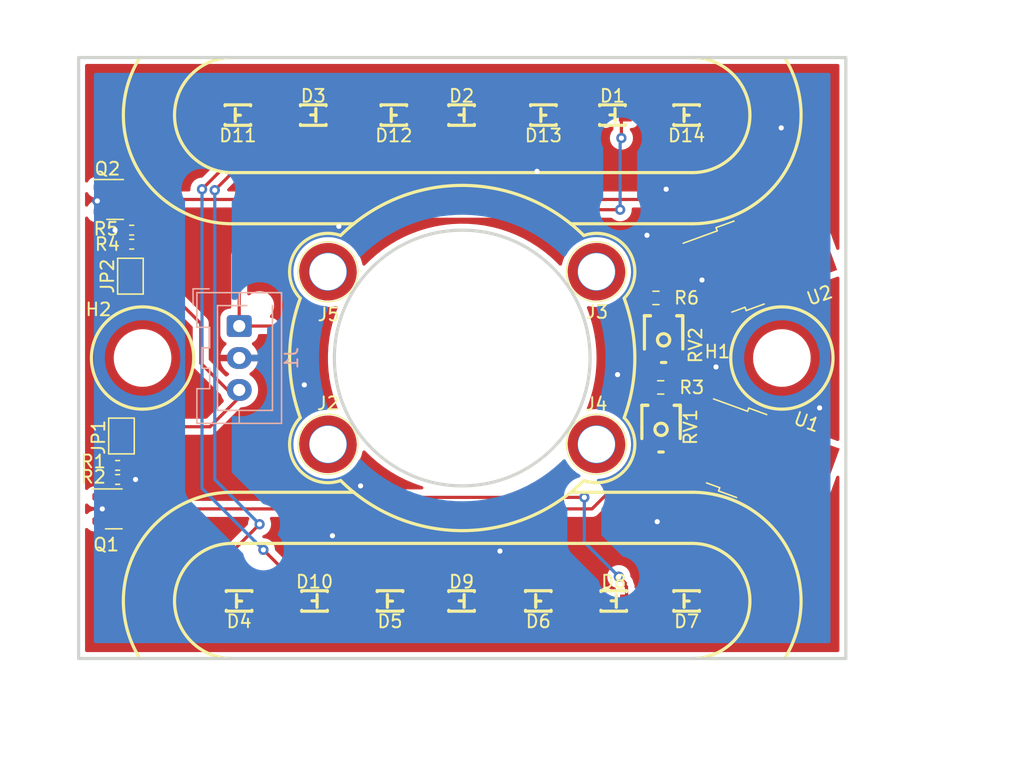
<source format=kicad_pcb>
(kicad_pcb (version 20211014) (generator pcbnew)
  (layers (0 "F.Cu" signal) (31 "B.Cu" signal) (34 "B.Paste" user) (35 "F.Paste" user) (36 "B.SilkS" user "B.Silkscreen") (37 "F.SilkS" user "F.Silkscreen") (38 "B.Mask" user) (39 "F.Mask" user) (44 "Edge.Cuts" user))
  (net 0 "")
  (net 1 "Net-(D1-Pad1)")
  (net 2 "Net-(D2-Pad1)")
  (net 3 "Net-(D3-Pad1)")
  (net 4 "GND")
  (net 5 "Net-(D5-Pad1)")
  (net 6 "Net-(D6-Pad1)")
  (net 7 "Net-(D7-Pad1)")
  (net 8 "+12V")
  (net 9 "Net-(D4-Pad1)")
  (net 10 "EN")
  (net 11 "Net-(JP1-Pad2)")
  (net 12 "Net-(Q1-Pad1)")
  (net 13 "Net-(Q1-Pad3)")
  (net 14 "Net-(R3-Pad1)")
  (net 15 "Net-(R3-Pad2)")
  (net 17 "Net-(D8-Pad1)")
  (net 18 "Net-(D10-Pad2)")
  (net 19 "Net-(D10-Pad1)")
  (net 20 "Net-(D11-Pad1)")
  (net 21 "Net-(D12-Pad1)")
  (net 22 "Net-(D13-Pad1)")
  (net 23 "Net-(D14-Pad1)")
  (net 24 "Net-(JP2-Pad2)")
  (net 25 "Net-(Q2-Pad1)")
  (net 26 "Net-(Q2-Pad3)")
  (net 27 "Net-(R6-Pad1)")
  (net 28 "Net-(R6-Pad2)")
  (footprint "cacophony-library:OPTO-SMD_L2.0-W1.4-R-RD" (layer "F.Cu") (at 129.8 118.2 180)
    (fp_text reference "D4" (at 0 -1.6 180) (layer "F.SilkS"))
    (fp_text value "LED")
    (pad "1" smd rect (at -1 0 180) (size 1 1) (layers "F.Cu" "F.Paste" "F.Mask") (net 9 "Net-(D4-Pad1)"))
    (pad "2" smd rect (at 1 0 180) (size 1 1) (layers "F.Cu" "F.Paste" "F.Mask") (net 3 "Net-(D3-Pad1)"))
  )
  (footprint "Package_TO_SOT_SMD:TO-252-2" (layer "F.Cu") (at 170.6 91.4 20)
    (fp_text reference "U2" (at 3.330728 4.298401 20) (layer "F.SilkS"))
    (fp_text value "LM317_TO-252")
    (pad "1" smd rect (at -4.2 -2.28 20) (size 2.2 1.2) (layers "F.Cu" "F.Paste" "F.Mask") (net 26 "Net-(Q2-Pad3)"))
    (pad "2" smd rect (at 2.1 0 20) (size 6.4 5.8) (layers "F.Cu" "F.Mask") (net 27 "Net-(R6-Pad1)"))
    (pad "3" smd rect (at -4.2 2.28 20) (size 2.2 1.2) (layers "F.Cu" "F.Paste" "F.Mask") (net 23 "Net-(D14-Pad1)"))
  )
  (footprint "Resistor_SMD:R_0402_1005Metric" (layer "F.Cu") (at 120.3 107.6 180)
    (fp_text reference "R1" (at 1.9 0.3) (layer "F.SilkS"))
    (fp_text value "1k")
    (pad "1" smd roundrect (at -0.51 0 180) (size 0.54 0.64) (layers "F.Cu" "F.Paste" "F.Mask") (net 11 "Net-(JP1-Pad2)"))
    (pad "2" smd roundrect (at 0.51 0 180) (size 0.54 0.64) (layers "F.Cu" "F.Paste" "F.Mask") (net 12 "Net-(Q1-Pad1)"))
  )
  (footprint "cacophony-library:OPTO-SMD_L2.0-W1.4-R-RD" (layer "F.Cu") (at 159.1 118.2)
    (fp_text reference "D8" (at 0 -1.5) (layer "F.SilkS"))
    (fp_text value "LED")
    (pad "1" smd rect (at -1 0) (size 1 1) (layers "F.Cu" "F.Paste" "F.Mask") (net 17 "Net-(D8-Pad1)"))
    (pad "2" smd rect (at 1 0) (size 1 1) (layers "F.Cu" "F.Paste" "F.Mask") (net 8 "+12V"))
  )
  (footprint "cacophony-library:OPTO-SMD_L2.0-W1.4-R-RD" (layer "F.Cu") (at 141.9 80.2 180)
    (fp_text reference "D12" (at 0 -1.6 180) (layer "F.SilkS"))
    (fp_text value "LED")
    (pad "1" smd rect (at -1 0 180) (size 1 1) (layers "F.Cu" "F.Paste" "F.Mask") (net 21 "Net-(D12-Pad1)"))
    (pad "2" smd rect (at 1 0 180) (size 1 1) (layers "F.Cu" "F.Paste" "F.Mask") (net 20 "Net-(D11-Pad1)"))
  )
  (footprint "cacophony-library:OPTO-SMD_L2.0-W1.4-R-RD" (layer "F.Cu") (at 153.6 80.2 180)
    (fp_text reference "D13" (at 0 -1.6 180) (layer "F.SilkS"))
    (fp_text value "LED")
    (pad "1" smd rect (at -1 0 180) (size 1 1) (layers "F.Cu" "F.Paste" "F.Mask") (net 22 "Net-(D13-Pad1)"))
    (pad "2" smd rect (at 1 0 180) (size 1 1) (layers "F.Cu" "F.Paste" "F.Mask") (net 21 "Net-(D12-Pad1)"))
  )
  (footprint "cacophony-library:RES-ADJ-SMD_VG039NCH" (layer "F.Cu") (at 163 97.8 -90)
    (fp_text reference "RV2" (at 0.4 -2.5 90) (layer "F.SilkS"))
    (fp_text value "R_Potentiometer")
    (pad "1" smd rect (at 1.65 1) (size 1.2 1.5) (layers "F.Cu" "F.Paste" "F.Mask") (net 26 "Net-(Q2-Pad3)"))
    (pad "2" smd rect (at -1.65 0) (size 1.6 1.6) (layers "F.Cu" "F.Paste" "F.Mask") (net 28 "Net-(R6-Pad2)"))
    (pad "3" smd rect (at 1.65 -1) (size 1.2 1.5) (layers "F.Cu" "F.Paste" "F.Mask"))
  )
  (footprint "cacophony-library:OPTO-SMD_L2.0-W1.4-R-RD" (layer "F.Cu") (at 141.6 118.2 180)
    (fp_text reference "D5" (at 0 -1.6 180) (layer "F.SilkS"))
    (fp_text value "LED")
    (pad "1" smd rect (at -1 0 180) (size 1 1) (layers "F.Cu" "F.Paste" "F.Mask") (net 5 "Net-(D5-Pad1)"))
    (pad "2" smd rect (at 1 0 180) (size 1 1) (layers "F.Cu" "F.Paste" "F.Mask") (net 9 "Net-(D4-Pad1)"))
  )
  (footprint "Resistor_SMD:R_0402_1005Metric" (layer "F.Cu") (at 120.3 108.7)
    (fp_text reference "R2" (at -1.9 -0.2) (layer "F.SilkS"))
    (fp_text value "100k")
    (pad "1" smd roundrect (at -0.51 0) (size 0.54 0.64) (layers "F.Cu" "F.Paste" "F.Mask") (net 12 "Net-(Q1-Pad1)"))
    (pad "2" smd roundrect (at 0.51 0) (size 0.54 0.64) (layers "F.Cu" "F.Paste" "F.Mask") (net 4 "GND"))
  )
  (footprint "Resistor_SMD:R_0402_1005Metric" (layer "F.Cu") (at 121.4 89.2 180)
    (fp_text reference "R5" (at 2 0.1) (layer "F.SilkS"))
    (fp_text value "100k")
    (pad "1" smd roundrect (at -0.51 0 180) (size 0.54 0.64) (layers "F.Cu" "F.Paste" "F.Mask") (net 25 "Net-(Q2-Pad1)"))
    (pad "2" smd roundrect (at 0.51 0 180) (size 0.54 0.64) (layers "F.Cu" "F.Paste" "F.Mask") (net 4 "GND"))
  )
  (footprint "cacophony-library:OPTO-SMD_L2.0-W1.4-R-RD" (layer "F.Cu") (at 129.7 80.2 180)
    (fp_text reference "D11" (at 0 -1.6 180) (layer "F.SilkS"))
    (fp_text value "LED")
    (pad "1" smd rect (at -1 0 180) (size 1 1) (layers "F.Cu" "F.Paste" "F.Mask") (net 20 "Net-(D11-Pad1)"))
    (pad "2" smd rect (at 1 0 180) (size 1 1) (layers "F.Cu" "F.Paste" "F.Mask") (net 19 "Net-(D10-Pad1)"))
  )
  (footprint "cacophony-library:SMD_BD4.4-L4.4-D2.8" (layer "F.Cu") (at 157.75 105.95)
    (fp_text reference "J4" (at 0 -3.15) (layer "F.SilkS"))
    (fp_text value "Screw_Terminal_01x01")
    (pad "1" smd custom (at 1.9 0 180) (size 0.1 0.1) (layers "F.Cu" "F.Paste" "F.Mask") (options (clearance outline) (anchor circle)) (primitives (gr_arc (start 0 0) (mid 0.253723 -0.948564) (end 0.94713 -1.643788) (width 0.7))))
    (pad "1" smd custom (at -1.9 0) (size 0.1 0.1) (layers "F.Cu" "F.Paste" "F.Mask") (options (clearance outline) (anchor circle)) (primitives (gr_arc (start 0 0) (mid 0.253723 -0.948564) (end 0.94713 -1.643788) (width 0.7))))
    (pad "1" smd circle (at 0 0) (size 4.5 4.5) (layers "F.Cu" "F.Mask"))
    (pad "1" smd custom (at 0 1.9 90) (size 0.1 0.1) (layers "F.Cu" "F.Paste" "F.Mask") (options (clearance outline) (anchor circle)) (primitives (gr_arc (start 0 0) (mid 0.253723 -0.948564) (end 0.94713 -1.643788) (width 0.7))))
    (pad "1" smd custom (at 0 -1.9 270) (size 0.1 0.1) (layers "F.Cu" "F.Paste" "F.Mask") (options (clearance outline) (anchor circle)) (primitives (gr_arc (start 0 0) (mid 0.253723 -0.948564) (end 0.94713 -1.643788) (width 0.7))))
    (pad "1" thru_hole circle (at 0 0) (size 3 3) (drill 2.9) (layers *.Cu *.Mask))
  )
  (footprint "Jumper:SolderJumper-2_P1.3mm_Open_TrianglePad1.0x1.5mm" (layer "F.Cu") (at 120.6 105.3 -90)
    (fp_text reference "JP1" (at 0.1 1.8 90) (layer "F.SilkS"))
    (fp_text value "Jumper_2_Open")
    (pad "1" smd custom (at -0.725 0 270) (size 0.3 0.3) (layers "F.Cu" "F.Mask") (net 10 "EN") (options (clearance outline) (anchor rect)) (primitives (gr_poly (pts (xy 1 0) (xy 0.5 0.75) (xy -0.5 0.75) (xy -0.5 -0.75) (xy 0.5 -0.75)) (width 0) (fill yes))))
    (pad "2" smd custom (at 0.725 0 270) (size 0.3 0.3) (layers "F.Cu" "F.Mask") (net 11 "Net-(JP1-Pad2)") (options (clearance outline) (anchor rect)) (primitives (gr_poly (pts (xy 0.5 0.75) (xy -0.65 0.75) (xy -0.15 0) (xy -0.65 -0.75) (xy 0.5 -0.75)) (width 0) (fill yes))))
  )
  (footprint "cacophony-library:RES-ADJ-SMD_VG039NCH" (layer "F.Cu") (at 162.8 104.8 -90)
    (fp_text reference "RV1" (at -0.2 -2.3 90) (layer "F.SilkS"))
    (fp_text value "R_Potentiometer")
    (pad "1" smd rect (at 1.65 1) (size 1.2 1.5) (layers "F.Cu" "F.Paste" "F.Mask") (net 13 "Net-(Q1-Pad3)"))
    (pad "2" smd rect (at -1.65 0) (size 1.6 1.6) (layers "F.Cu" "F.Paste" "F.Mask") (net 15 "Net-(R3-Pad2)"))
    (pad "3" smd rect (at 1.65 -1) (size 1.2 1.5) (layers "F.Cu" "F.Paste" "F.Mask"))
  )
  (footprint "cacophony-library:OPTO-SMD_L2.0-W1.4-R-RD" (layer "F.Cu") (at 164.8 118.2 180)
    (fp_text reference "D7" (at 0 -1.6 180) (layer "F.SilkS"))
    (fp_text value "LED")
    (pad "1" smd rect (at -1 0 180) (size 1 1) (layers "F.Cu" "F.Paste" "F.Mask") (net 7 "Net-(D7-Pad1)"))
    (pad "2" smd rect (at 1 0 180) (size 1 1) (layers "F.Cu" "F.Paste" "F.Mask") (net 6 "Net-(D6-Pad1)"))
  )
  (footprint "Jumper:SolderJumper-2_P1.3mm_Open_TrianglePad1.0x1.5mm" (layer "F.Cu") (at 121.3 92.8 90)
    (fp_text reference "JP2" (at 0 -1.8 90) (layer "F.SilkS"))
    (fp_text value "Jumper_2_Open")
    (pad "1" smd custom (at -0.725 0 90) (size 0.3 0.3) (layers "F.Cu" "F.Mask") (net 10 "EN") (options (clearance outline) (anchor rect)) (primitives (gr_poly (pts (xy 1 0) (xy 0.5 0.75) (xy -0.5 0.75) (xy -0.5 -0.75) (xy 0.5 -0.75)) (width 0) (fill yes))))
    (pad "2" smd custom (at 0.725 0 90) (size 0.3 0.3) (layers "F.Cu" "F.Mask") (net 24 "Net-(JP2-Pad2)") (options (clearance outline) (anchor rect)) (primitives (gr_poly (pts (xy 0.5 0.75) (xy -0.65 0.75) (xy -0.15 0) (xy -0.65 -0.75) (xy 0.5 -0.75)) (width 0) (fill yes))))
  )
  (footprint "cacophony-library:SMD_BD4.4-L4.4-D2.8" (layer "F.Cu") (at 136.75 92.45)
    (fp_text reference "J5" (at 0.05 3.35) (layer "F.SilkS"))
    (fp_text value "Screw_Terminal_01x01")
    (pad "1" smd circle (at 0 0) (size 4.5 4.5) (layers "F.Cu" "F.Mask"))
    (pad "1" smd custom (at 0 -1.9 270) (size 0.1 0.1) (layers "F.Cu" "F.Paste" "F.Mask") (options (clearance outline) (anchor circle)) (primitives (gr_arc (start 0 0) (mid 0.253723 -0.948564) (end 0.94713 -1.643788) (width 0.7))))
    (pad "1" smd custom (at -1.9 0) (size 0.1 0.1) (layers "F.Cu" "F.Paste" "F.Mask") (options (clearance outline) (anchor circle)) (primitives (gr_arc (start 0 0) (mid 0.253723 -0.948564) (end 0.94713 -1.643788) (width 0.7))))
    (pad "1" smd custom (at 0 1.9 90) (size 0.1 0.1) (layers "F.Cu" "F.Paste" "F.Mask") (options (clearance outline) (anchor circle)) (primitives (gr_arc (start 0 0) (mid 0.253723 -0.948564) (end 0.94713 -1.643788) (width 0.7))))
    (pad "1" thru_hole circle (at 0 0) (size 3 3) (drill 2.9) (layers *.Cu *.Mask))
    (pad "1" smd custom (at 1.9 0 180) (size 0.1 0.1) (layers "F.Cu" "F.Paste" "F.Mask") (options (clearance outline) (anchor circle)) (primitives (gr_arc (start 0 0) (mid 0.253723 -0.948564) (end 0.94713 -1.643788) (width 0.7))))
  )
  (footprint "Package_TO_SOT_SMD:SOT-23" (layer "F.Cu") (at 120 111)
    (fp_text reference "Q1" (at -0.6 2.8) (layer "F.SilkS"))
    (fp_text value "2N7002")
    (pad "1" smd roundrect (at -0.9375 -0.95) (size 1.475 0.6) (layers "F.Cu" "F.Paste" "F.Mask") (net 12 "Net-(Q1-Pad1)"))
    (pad "2" smd roundrect (at -0.9375 0.95) (size 1.475 0.6) (layers "F.Cu" "F.Paste" "F.Mask") (net 4 "GND"))
    (pad "3" smd roundrect (at 0.9375 0) (size 1.475 0.6) (layers "F.Cu" "F.Paste" "F.Mask") (net 13 "Net-(Q1-Pad3)"))
  )
  (footprint "MountingHole:MountingHole_3.5mm" (layer "F.Cu") (at 122.25 99.2)
    (fp_text reference "H2" (at -3.45 -3.8) (layer "F.SilkS"))
    (fp_text value "MountingHole")
    (pad "" np_thru_hole circle (at 0 0) (size 3.5 3.5) (drill 3.5) (layers *.Cu *.Mask))
  )
  (footprint "MountingHole:MountingHole_3.5mm" (layer "F.Cu") (at 172.25 99.2)
    (fp_text reference "H1" (at -5.05 -0.5) (layer "F.SilkS"))
    (fp_text value "MountingHole")
    (pad "" np_thru_hole circle (at 0 0) (size 3.5 3.5) (drill 3.5) (layers *.Cu *.Mask))
  )
  (footprint "cacophony-library:OPTO-SMD_L2.0-W1.4-R-RD" (layer "F.Cu") (at 159 80.2)
    (fp_text reference "D1" (at 0 -1.5) (layer "F.SilkS"))
    (fp_text value "LED")
    (pad "1" smd rect (at -1 0) (size 1 1) (layers "F.Cu" "F.Paste" "F.Mask") (net 1 "Net-(D1-Pad1)"))
    (pad "2" smd rect (at 1 0) (size 1 1) (layers "F.Cu" "F.Paste" "F.Mask") (net 8 "+12V"))
  )
  (footprint "Resistor_SMD:R_0603_1608Metric" (layer "F.Cu") (at 162.775 101.5 180)
    (fp_text reference "R3" (at -2.425 0) (layer "F.SilkS"))
    (fp_text value "R")
    (pad "1" smd roundrect (at -0.825 0 180) (size 0.8 0.95) (layers "F.Cu" "F.Paste" "F.Mask") (net 14 "Net-(R3-Pad1)"))
    (pad "2" smd roundrect (at 0.825 0 180) (size 0.8 0.95) (layers "F.Cu" "F.Paste" "F.Mask") (net 15 "Net-(R3-Pad2)"))
  )
  (footprint "Package_TO_SOT_SMD:SOT-23" (layer "F.Cu") (at 120.1 86.8)
    (fp_text reference "Q2" (at -0.6 -2.4) (layer "F.SilkS"))
    (fp_text value "2N7002")
    (pad "1" smd roundrect (at -0.9375 -0.95) (size 1.475 0.6) (layers "F.Cu" "F.Paste" "F.Mask") (net 25 "Net-(Q2-Pad1)"))
    (pad "2" smd roundrect (at -0.9375 0.95) (size 1.475 0.6) (layers "F.Cu" "F.Paste" "F.Mask") (net 4 "GND"))
    (pad "3" smd roundrect (at 0.9375 0) (size 1.475 0.6) (layers "F.Cu" "F.Paste" "F.Mask") (net 26 "Net-(Q2-Pad3)"))
  )
  (footprint "Resistor_SMD:R_0603_1608Metric" (layer "F.Cu") (at 162.4 94.5 180)
    (fp_text reference "R6" (at -2.4 0) (layer "F.SilkS"))
    (fp_text value "R")
    (pad "1" smd roundrect (at -0.825 0 180) (size 0.8 0.95) (layers "F.Cu" "F.Paste" "F.Mask") (net 27 "Net-(R6-Pad1)"))
    (pad "2" smd roundrect (at 0.825 0 180) (size 0.8 0.95) (layers "F.Cu" "F.Paste" "F.Mask") (net 28 "Net-(R6-Pad2)"))
  )
  (footprint "cacophony-library:OPTO-SMD_L2.0-W1.4-R-RD" (layer "F.Cu") (at 153.2 118.2 180)
    (fp_text reference "D6" (at 0 -1.6 180) (layer "F.SilkS"))
    (fp_text value "LED")
    (pad "1" smd rect (at -1 0 180) (size 1 1) (layers "F.Cu" "F.Paste" "F.Mask") (net 6 "Net-(D6-Pad1)"))
    (pad "2" smd rect (at 1 0 180) (size 1 1) (layers "F.Cu" "F.Paste" "F.Mask") (net 5 "Net-(D5-Pad1)"))
  )
  (footprint "Package_TO_SOT_SMD:TO-252-2" (layer "F.Cu") (at 170.8 107.2 -20)
    (fp_text reference "U1" (at 2.168894 -3.981946 160) (layer "F.SilkS"))
    (fp_text value "LM317_TO-252")
    (pad "1" smd rect (at -4.2 -2.28 340) (size 2.2 1.2) (layers "F.Cu" "F.Paste" "F.Mask") (net 13 "Net-(Q1-Pad3)"))
    (pad "2" smd rect (at 2.1 0 340) (size 6.4 5.8) (layers "F.Cu" "F.Mask") (net 14 "Net-(R3-Pad1)"))
    (pad "3" smd rect (at -4.2 2.28 340) (size 2.2 1.2) (layers "F.Cu" "F.Paste" "F.Mask") (net 7 "Net-(D7-Pad1)"))
  )
  (footprint "cacophony-library:OPTO-SMD_L2.0-W1.4-R-RD" (layer "F.Cu") (at 147.2 118.2)
    (fp_text reference "D9" (at 0 -1.5) (layer "F.SilkS"))
    (fp_text value "LED")
    (pad "1" smd rect (at -1 0) (size 1 1) (layers "F.Cu" "F.Paste" "F.Mask") (net 18 "Net-(D10-Pad2)"))
    (pad "2" smd rect (at 1 0) (size 1 1) (layers "F.Cu" "F.Paste" "F.Mask") (net 17 "Net-(D8-Pad1)"))
  )
  (footprint "Resistor_SMD:R_0402_1005Metric" (layer "F.Cu") (at 121.4 90.3)
    (fp_text reference "R4" (at -1.9 0) (layer "F.SilkS"))
    (fp_text value "1k")
    (pad "1" smd roundrect (at -0.51 0) (size 0.54 0.64) (layers "F.Cu" "F.Paste" "F.Mask") (net 24 "Net-(JP2-Pad2)"))
    (pad "2" smd roundrect (at 0.51 0) (size 0.54 0.64) (layers "F.Cu" "F.Paste" "F.Mask") (net 25 "Net-(Q2-Pad1)"))
  )
  (footprint "cacophony-library:OPTO-SMD_L2.0-W1.4-R-RD" (layer "F.Cu") (at 135.6 80.2)
    (fp_text reference "D3" (at 0 -1.5) (layer "F.SilkS"))
    (fp_text value "LED")
    (pad "1" smd rect (at -1 0) (size 1 1) (layers "F.Cu" "F.Paste" "F.Mask") (net 3 "Net-(D3-Pad1)"))
    (pad "2" smd rect (at 1 0) (size 1 1) (layers "F.Cu" "F.Paste" "F.Mask") (net 2 "Net-(D2-Pad1)"))
  )
  (footprint "cacophony-library:SMD_BD4.4-L4.4-D2.8" (layer "F.Cu") (at 157.75 92.45)
    (fp_text reference "J3" (at 0.05 3.15) (layer "F.SilkS"))
    (fp_text value "Screw_Terminal_01x01")
    (pad "1" smd custom (at -1.9 0) (size 0.1 0.1) (layers "F.Cu" "F.Paste" "F.Mask") (options (clearance outline) (anchor circle)) (primitives (gr_arc (start 0 0) (mid 0.253723 -0.948564) (end 0.94713 -1.643788) (width 0.7))))
    (pad "1" smd custom (at 0 1.9 90) (size 0.1 0.1) (layers "F.Cu" "F.Paste" "F.Mask") (options (clearance outline) (anchor circle)) (primitives (gr_arc (start 0 0) (mid 0.253723 -0.948564) (end 0.94713 -1.643788) (width 0.7))))
    (pad "1" smd custom (at 0 -1.9 270) (size 0.1 0.1) (layers "F.Cu" "F.Paste" "F.Mask") (options (clearance outline) (anchor circle)) (primitives (gr_arc (start 0 0) (mid 0.253723 -0.948564) (end 0.94713 -1.643788) (width 0.7))))
    (pad "1" thru_hole circle (at 0 0) (size 3 3) (drill 2.9) (layers *.Cu *.Mask))
    (pad "1" smd custom (at 1.9 0 180) (size 0.1 0.1) (layers "F.Cu" "F.Paste" "F.Mask") (options (clearance outline) (anchor circle)) (primitives (gr_arc (start 0 0) (mid 0.253723 -0.948564) (end 0.94713 -1.643788) (width 0.7))))
    (pad "1" smd circle (at 0 0) (size 4.5 4.5) (layers "F.Cu" "F.Mask"))
  )
  (footprint "cacophony-library:OPTO-SMD_L2.0-W1.4-R-RD" (layer "F.Cu") (at 135.7 118.2)
    (fp_text reference "D10" (at 0 -1.5) (layer "F.SilkS"))
    (fp_text value "LED")
    (pad "1" smd rect (at -1 0) (size 1 1) (layers "F.Cu" "F.Paste" "F.Mask") (net 19 "Net-(D10-Pad1)"))
    (pad "2" smd rect (at 1 0) (size 1 1) (layers "F.Cu" "F.Paste" "F.Mask") (net 18 "Net-(D10-Pad2)"))
  )
  (footprint "cacophony-library:OPTO-SMD_L2.0-W1.4-R-RD" (layer "F.Cu") (at 147.2 80.2)
    (fp_text reference "D2" (at 0 -1.5) (layer "F.SilkS"))
    (fp_text value "LED")
    (pad "1" smd rect (at -1 0) (size 1 1) (layers "F.Cu" "F.Paste" "F.Mask") (net 2 "Net-(D2-Pad1)"))
    (pad "2" smd rect (at 1 0) (size 1 1) (layers "F.Cu" "F.Paste" "F.Mask") (net 1 "Net-(D1-Pad1)"))
  )
  (footprint "cacophony-library:OPTO-SMD_L2.0-W1.4-R-RD" (layer "F.Cu") (at 164.8 80.2 180)
    (fp_text reference "D14" (at 0 -1.6 180) (layer "F.SilkS"))
    (fp_text value "LED")
    (pad "1" smd rect (at -1 0 180) (size 1 1) (layers "F.Cu" "F.Paste" "F.Mask") (net 23 "Net-(D14-Pad1)"))
    (pad "2" smd rect (at 1 0 180) (size 1 1) (layers "F.Cu" "F.Paste" "F.Mask") (net 22 "Net-(D13-Pad1)"))
  )
  (footprint "cacophony-library:SMD_BD4.4-L4.4-D2.8" (layer "F.Cu") (at 136.75 105.95)
    (fp_text reference "J2" (at 0 -3.2) (layer "F.SilkS"))
    (fp_text value "Screw_Terminal_01x01")
    (pad "1" smd custom (at 1.9 0 180) (size 0.1 0.1) (layers "F.Cu" "F.Paste" "F.Mask") (options (clearance outline) (anchor circle)) (primitives (gr_arc (start 0 0) (mid 0.253723 -0.948564) (end 0.94713 -1.643788) (width 0.7))))
    (pad "1" smd custom (at 0 1.9 90) (size 0.1 0.1) (layers "F.Cu" "F.Paste" "F.Mask") (options (clearance outline) (anchor circle)) (primitives (gr_arc (start 0 0) (mid 0.253723 -0.948564) (end 0.94713 -1.643788) (width 0.7))))
    (pad "1" thru_hole circle (at 0 0) (size 3 3) (drill 2.9) (layers *.Cu *.Mask))
    (pad "1" smd circle (at 0 0) (size 4.5 4.5) (layers "F.Cu" "F.Mask"))
    (pad "1" smd custom (at -1.9 0) (size 0.1 0.1) (layers "F.Cu" "F.Paste" "F.Mask") (options (clearance outline) (anchor circle)) (primitives (gr_arc (start 0 0) (mid 0.253723 -0.948564) (end 0.94713 -1.643788) (width 0.7))))
    (pad "1" smd custom (at 0 -1.9 270) (size 0.1 0.1) (layers "F.Cu" "F.Paste" "F.Mask") (options (clearance outline) (anchor circle)) (primitives (gr_arc (start 0 0) (mid 0.253723 -0.948564) (end 0.94713 -1.643788) (width 0.7))))
  )
  (footprint "cacophony-library:CONN-TH_B03B-XASK-1-A-LF-SN" (layer "B.Cu") (at 129.8 99.2 90)
    (fp_text reference "J1" (at 0 4.1 90) (layer "B.SilkS") (effects (justify mirror)))
    (fp_text value "Conn_01x03")
    (pad "" np_thru_hole circle (at 4.1 1.609145 270) (size 1.25 1.25) (drill 1.25) (layers *.Cu *.Mask))
    (pad "1" thru_hole roundrect (at 2.5 0.009145 270) (size 1.7 1.95) (drill 0.95) (layers *.Cu *.Mask) (roundrect_rratio 0.147059) (net 8 "+12V"))
    (pad "2" thru_hole oval (at 0 0.009145 270) (size 1.7 1.95) (drill 0.95) (layers *.Cu *.Mask) (net 4 "GND"))
    (pad "3" thru_hole oval (at -2.5 0.009145 270) (size 1.7 1.95) (drill 0.95) (layers *.Cu *.Mask) (net 10 "EN"))
  )
  (gr_line (start 155.735281 88.7) (end 165.25 88.7) (layer "F.SilkS") (width 0.25))
  (gr_arc (start 165.25 109.7) (mid 172.684345 114.076168) (end 172.461103 122.7) (layer "F.SilkS") (width 0.25))
  (gr_arc (start 137.740145 108.781892) (mid 134.225995 107.572574) (end 134.584765 103.873523) (layer "F.SilkS") (width 0.25))
  (gr_arc (start 156.759855 89.618108) (mid 160.274005 90.827426) (end 159.915235 94.526477) (layer "F.SilkS") (width 0.25))
  (gr_arc (start 138.764719 109.7) (mid 138.240812 109.253913) (end 137.740145 108.781892) (layer "F.SilkS") (width 0.25))
  (gr_arc (start 172.461103 75.7) (mid 172.684344 84.323832) (end 165.25 88.7) (layer "F.SilkS") (width 0.25))
  (gr_arc (start 155.735281 109.7) (mid 147.25 112.70063) (end 138.764719 109.7) (layer "F.SilkS") (width 0.25))
  (gr_arc (start 137.740145 89.618108) (mid 138.240812 89.146087) (end 138.764719 88.7) (layer "F.SilkS") (width 0.25))
  (gr_arc (start 129.25 88.7) (mid 121.815656 84.323832) (end 122.038898 75.7) (layer "F.SilkS") (width 0.25))
  (gr_arc (start 129.25 84.7) (mid 124.75 80.2) (end 129.25 75.7) (layer "F.SilkS") (width 0.25))
  (gr_arc (start 159.915235 94.526477) (mid 160.74982 99.2) (end 159.915235 103.873523) (layer "F.SilkS") (width 0.25))
  (gr_arc (start 155.735281 88.7) (mid 156.259188 89.146087) (end 156.759855 89.618108) (layer "F.SilkS") (width 0.25))
  (gr_arc (start 134.584765 94.526477) (mid 134.225995 90.827426) (end 137.740145 89.618108) (layer "F.SilkS") (width 0.25))
  (gr_arc (start 156.759855 108.781892) (mid 156.259188 109.253913) (end 155.735281 109.7) (layer "F.SilkS") (width 0.25))
  (gr_arc (start 138.764719 88.7) (mid 147.25 85.69937) (end 155.735281 88.7) (layer "F.SilkS") (width 0.25))
  (gr_line (start 138.764719 109.7) (end 129.25 109.7) (layer "F.SilkS") (width 0.25))
  (gr_line (start 165.25 109.7) (end 155.735281 109.7) (layer "F.SilkS") (width 0.25))
  (gr_circle (center 122.25 99.2) (end 126.25 99.2) (layer "F.SilkS") (width 0.25) (fill none))
  (gr_line (start 165.25 113.7) (end 129.25 113.7) (layer "F.SilkS") (width 0.25))
  (gr_arc (start 122.038898 122.7) (mid 121.815657 114.076169) (end 129.25 109.7) (layer "F.SilkS") (width 0.25))
  (gr_arc (start 129.25 122.7) (mid 124.75 118.2) (end 129.25 113.7) (layer "F.SilkS") (width 0.25))
  (gr_circle (center 172.25 99.2) (end 176.25 99.2) (layer "F.SilkS") (width 0.25) (fill none))
  (gr_line (start 129.25 84.7) (end 165.25 84.7) (layer "F.SilkS") (width 0.25))
  (gr_arc (start 134.584765 103.873523) (mid 133.75018 99.2) (end 134.584765 94.526477) (layer "F.SilkS") (width 0.25))
  (gr_arc (start 165.25 113.7) (mid 169.750026 118.200011) (end 165.25 122.7) (layer "F.SilkS") (width 0.25))
  (gr_line (start 129.25 88.7) (end 138.764719 88.7) (layer "F.SilkS") (width 0.25))
  (gr_arc (start 165.25 75.7) (mid 169.750026 80.200011) (end 165.25 84.7) (layer "F.SilkS") (width 0.25))
  (gr_arc (start 159.915235 103.873523) (mid 160.274005 107.572574) (end 156.759855 108.781892) (layer "F.SilkS") (width 0.25))
  (gr_line (start 129.25 122.7) (end 165.25 122.7) (layer "Edge.Cuts") (width 0.25))
  (gr_line (start 122.038898 75.7) (end 117.25 75.7) (layer "Edge.Cuts") (width 0.25))
  (gr_line (start 117.25 122.7) (end 122.038898 122.7) (layer "Edge.Cuts") (width 0.25))
  (gr_line (start 165.25 75.7) (end 129.25 75.7) (layer "Edge.Cuts") (width 0.25))
  (gr_line (start 172.461103 122.7) (end 177.25 122.7) (layer "Edge.Cuts") (width 0.25))
  (gr_circle (center 147.25 99.2) (end 157.25 99.2) (layer "Edge.Cuts") (width 0.25) (fill none))
  (gr_line (start 165.25 122.7) (end 172.461103 122.7) (layer "Edge.Cuts") (width 0.25))
  (gr_line (start 117.25 75.7) (end 117.25 122.7) (layer "Edge.Cuts") (width 0.25))
  (gr_line (start 122.038898 75.7) (end 129.25 75.7) (layer "Edge.Cuts") (width 0.25))
  (gr_line (start 177.25 75.7) (end 172.461103 75.7) (layer "Edge.Cuts") (width 0.25))
  (gr_line (start 177.25 122.7) (end 177.25 75.7) (layer "Edge.Cuts") (width 0.25))
  (gr_line (start 165.25 75.7) (end 172.461103 75.7) (layer "Edge.Cuts") (width 0.25))
  (gr_line (start 122.038898 122.7) (end 129.25 122.7) (layer "Edge.Cuts") (width 0.25))
  (segment (start 157.175 81.025) (end 149.025 81.025) (width 0.25) (layer "F.Cu") (net 1))
  (segment (start 149.025 81.025) (end 148.2 80.2) (width 0.25) (layer "F.Cu") (net 1))
  (segment (start 158 80.2) (end 157.175 81.025) (width 0.25) (layer "F.Cu") (net 1))
  (segment (start 146.2 80.2) (end 145.3 81.1) (width 0.25) (layer "F.Cu") (net 2))
  (segment (start 137.5 81.1) (end 136.6 80.2) (width 0.25) (layer "F.Cu") (net 2))
  (segment (start 145.3 81.1) (end 137.5 81.1) (width 0.25) (layer "F.Cu") (net 2))
  (segment (start 127.896647 86.0755) (end 133.772147 80.2) (width 0.25) (layer "F.Cu") (net 3))
  (segment (start 133.772147 80.2) (end 134.6 80.2) (width 0.25) (layer "F.Cu") (net 3))
  (segment (start 128.8 114.8) (end 131.4 112.2) (width 0.25) (layer "F.Cu") (net 3))
  (segment (start 128.8 118.2) (end 128.8 114.8) (width 0.25) (layer "F.Cu") (net 3))
  (via (at 131.4 112.2) (size 0.8) (drill 0.4) (layers "F.Cu" "B.Cu") (net 3))
  (via (at 127.896647 86.0755) (size 0.8) (drill 0.4) (layers "F.Cu" "B.Cu") (net 3))
  (segment (start 127.896647 108.696647) (end 127.896647 86.0755) (width 0.25) (layer "B.Cu") (net 3))
  (segment (start 131.4 112.2) (end 127.896647 108.696647) (width 0.25) (layer "B.Cu") (net 3))
  (segment (start 119.0625 111.0375) (end 119.1 111) (width 0.25) (layer "F.Cu") (net 4))
  (segment (start 119.0625 111.95) (end 119.0625 111.0375) (width 0.25) (layer "F.Cu") (net 4))
  (segment (start 120.81 108.7) (end 121.7 108.7) (width 0.25) (layer "F.Cu") (net 4))
  (segment (start 119.1625 87.365347) (end 118.710104 86.912951) (width 0.25) (layer "F.Cu") (net 4))
  (segment (start 120.89 89.2) (end 120.1 89.2) (width 0.25) (layer "F.Cu") (net 4))
  (segment (start 119.1625 87.75) (end 119.1625 87.365347) (width 0.25) (layer "F.Cu") (net 4))
  (via (at 166 93.1) (size 0.8) (drill 0.4) (layers "F.Cu" "B.Cu") (net 4))
  (via (at 137.6 88.9) (size 0.8) (drill 0.4) (layers "F.Cu" "B.Cu") (net 4))
  (via (at 119.1 111) (size 0.8) (drill 0.4) (layers "F.Cu" "B.Cu") (net 4))
  (via (at 139.3 109.2) (size 0.8) (drill 0.4) (layers "F.Cu" "B.Cu") (net 4))
  (via (at 121.7 108.7) (size 0.8) (drill 0.4) (layers "F.Cu" "B.Cu") (net 4))
  (via (at 137.1 113.1) (size 0.8) (drill 0.4) (layers "F.Cu" "B.Cu") (net 4))
  (via (at 159.4 100.5) (size 0.8) (drill 0.4) (layers "F.Cu" "B.Cu") (net 4))
  (via (at 172.2 81.2) (size 0.8) (drill 0.4) (layers "F.Cu" "B.Cu") (net 4))
  (via (at 150.2 114.3) (size 0.8) (drill 0.4) (layers "F.Cu" "B.Cu") (net 4))
  (via (at 163.2 86) (size 0.8) (drill 0.4) (layers "F.Cu" "B.Cu") (net 4))
  (via (at 175.2 103.1) (size 0.8) (drill 0.4) (layers "F.Cu" "B.Cu") (net 4))
  (via (at 120.1 89.2) (size 0.8) (drill 0.4) (layers "F.Cu" "B.Cu") (net 4))
  (via (at 162.5 112) (size 0.8) (drill 0.4) (layers "F.Cu" "B.Cu") (net 4))
  (via (at 161.7 89.6) (size 0.8) (drill 0.4) (layers "F.Cu" "B.Cu") (net 4))
  (via (at 134.9 101.3) (size 0.8) (drill 0.4) (layers "F.Cu" "B.Cu") (net 4))
  (via (at 167.1 99.9) (size 0.8) (drill 0.4) (layers "F.Cu" "B.Cu") (net 4))
  (via (at 118.710104 86.912951) (size 0.8) (drill 0.4) (layers "F.Cu" "B.Cu") (net 4))
  (via (at 153.1 84.6) (size 0.8) (drill 0.4) (layers "F.Cu" "B.Cu") (net 4))
  (segment (start 142.6 118.2) (end 143.425 119.025) (width 0.25) (layer "F.Cu") (net 5))
  (segment (start 151.375 119.025) (end 152.2 118.2) (width 0.25) (layer "F.Cu") (net 5))
  (segment (start 143.425 119.025) (end 151.375 119.025) (width 0.25) (layer "F.Cu") (net 5))
  (segment (start 162.975 119.025) (end 163.8 118.2) (width 0.25) (layer "F.Cu") (net 6))
  (segment (start 155.025 119.025) (end 162.975 119.025) (width 0.25) (layer "F.Cu") (net 6))
  (segment (start 154.2 118.2) (end 155.025 119.025) (width 0.25) (layer "F.Cu") (net 6))
  (segment (start 165.8 118.2) (end 165.8 108.1795) (width 0.25) (layer "F.Cu") (net 7))
  (segment (start 165.8 108.1795) (end 166.073485 107.906015) (width 0.25) (layer "F.Cu") (net 7))
  (segment (start 129.809145 91.190855) (end 133 88) (width 0.25) (layer "F.Cu") (net 8))
  (segment (start 160 117) (end 160.1 117.1) (width 0.25) (layer "F.Cu") (net 8))
  (segment (start 160 116.8) (end 160 117) (width 0.25) (layer "F.Cu") (net 8))
  (segment (start 133 88) (end 133.4 87.6) (width 0.25) (layer "F.Cu") (net 8))
  (segment (start 133.4 87.6) (end 159.6 87.6) (width 0.25) (layer "F.Cu") (net 8))
  (segment (start 159.5 116.3) (end 160 116.8) (width 0.25) (layer "F.Cu") (net 8))
  (segment (start 159.7 82) (end 159.7 80.5) (width 0.25) (layer "F.Cu") (net 8))
  (segment (start 160.1 117.1) (end 160.1 118.2) (width 0.25) (layer "F.Cu") (net 8))
  (segment (start 133.2 107.2) (end 136.1 110.1) (width 0.25) (layer "F.Cu") (net 8))
  (segment (start 132.3 96.7) (end 133.2 97.6) (width 0.25) (layer "F.Cu") (net 8))
  (segment (start 136.1 110.1) (end 156.8 110.1) (width 0.25) (layer "F.Cu") (net 8))
  (segment (start 129.809145 96.7) (end 132.3 96.7) (width 0.25) (layer "F.Cu") (net 8))
  (segment (start 159.7 80.5) (end 160 80.2) (width 0.25) (layer "F.Cu") (net 8))
  (segment (start 129.809145 96.7) (end 129.809145 91.190855) (width 0.25) (layer "F.Cu") (net 8))
  (segment (start 133.2 97.6) (end 133.2 107.2) (width 0.25) (layer "F.Cu") (net 8))
  (via (at 159.5 116.3) (size 0.8) (drill 0.4) (layers "F.Cu" "B.Cu") (net 8))
  (via (at 156.8 110.1) (size 0.8) (drill 0.4) (layers "F.Cu" "B.Cu") (net 8))
  (via (at 159.7 82) (size 0.8) (drill 0.4) (layers "F.Cu" "B.Cu") (net 8))
  (via (at 159.6 87.6) (size 0.8) (drill 0.4) (layers "F.Cu" "B.Cu") (net 8))
  (segment (start 156.8 113.6) (end 159.5 116.3) (width 0.25) (layer "B.Cu") (net 8))
  (segment (start 159.6 87.6) (end 159.6 82.1) (width 0.25) (layer "B.Cu") (net 8))
  (segment (start 159.6 82.1) (end 159.7 82) (width 0.25) (layer "B.Cu") (net 8))
  (segment (start 156.8 110.1) (end 156.8 113.6) (width 0.25) (layer "B.Cu") (net 8))
  (segment (start 130.8 118.2) (end 131.625 119.025) (width 0.25) (layer "F.Cu") (net 9))
  (segment (start 131.625 119.025) (end 139.775 119.025) (width 0.25) (layer "F.Cu") (net 9))
  (segment (start 139.775 119.025) (end 140.6 118.2) (width 0.25) (layer "F.Cu") (net 9))
  (segment (start 128.9 101.7) (end 129.809145 101.7) (width 0.25) (layer "F.Cu") (net 10))
  (segment (start 126.8 96.5) (end 126.8 99.6) (width 0.25) (layer "F.Cu") (net 10))
  (segment (start 126.8 99.6) (end 128.9 101.7) (width 0.25) (layer "F.Cu") (net 10))
  (segment (start 127.525 104.575) (end 129.809145 102.290855) (width 0.25) (layer "F.Cu") (net 10))
  (segment (start 121.3 93.525) (end 123.825 93.525) (width 0.25) (layer "F.Cu") (net 10))
  (segment (start 129.809145 102.290855) (end 129.809145 101.7) (width 0.25) (layer "F.Cu") (net 10))
  (segment (start 120.6 104.575) (end 127.525 104.575) (width 0.25) (layer "F.Cu") (net 10))
  (segment (start 123.825 93.525) (end 126.8 96.5) (width 0.25) (layer "F.Cu") (net 10))
  (segment (start 120.81 107.6) (end 120.81 106.235) (width 0.25) (layer "F.Cu") (net 11))
  (segment (start 120.81 106.235) (end 120.6 106.025) (width 0.25) (layer "F.Cu") (net 11))
  (segment (start 119.0625 109.8375) (end 119.79 109.11) (width 0.25) (layer "F.Cu") (net 12))
  (segment (start 119.79 108.7) (end 119.79 107.6) (width 0.25) (layer "F.Cu") (net 12))
  (segment (start 119.0625 110.05) (end 119.0625 109.8375) (width 0.25) (layer "F.Cu") (net 12))
  (segment (start 119.79 109.11) (end 119.79 108.7) (width 0.25) (layer "F.Cu") (net 12))
  (segment (start 166.554113 104.7) (end 167.633097 103.621016) (width 0.25) (layer "F.Cu") (net 13))
  (segment (start 157.4 111) (end 161.8 106.6) (width 0.25) (layer "F.Cu") (net 13))
  (segment (start 161.8 106.6) (end 161.8 105.8) (width 0.25) (layer "F.Cu") (net 13))
  (segment (start 120.9375 111) (end 157.4 111) (width 0.25) (layer "F.Cu") (net 13))
  (segment (start 161.8 105.8) (end 162.9 104.7) (width 0.25) (layer "F.Cu") (net 13))
  (segment (start 162.9 104.7) (end 166.554113 104.7) (width 0.25) (layer "F.Cu") (net 13))
  (segment (start 169.5 104.644887) (end 169.5 103.2) (width 0.25) (layer "F.Cu") (net 14))
  (segment (start 169.5 103.2) (end 167.8 101.5) (width 0.25) (layer "F.Cu") (net 14))
  (segment (start 167.8 101.5) (end 163.6 101.5) (width 0.25) (layer "F.Cu") (net 14))
  (segment (start 172.773355 107.918242) (end 169.5 104.644887) (width 0.25) (layer "F.Cu") (net 14))
  (segment (start 161.95 101.5) (end 162.5 101.5) (width 0.25) (layer "F.Cu") (net 15))
  (segment (start 162.5 101.5) (end 162.8 101.8) (width 0.25) (layer "F.Cu") (net 15))
  (segment (start 162.8 101.8) (end 162.8 103.35) (width 0.25) (layer "F.Cu") (net 15))
  (segment (start 149.025 117.375) (end 157.275 117.375) (width 0.25) (layer "F.Cu") (net 17))
  (segment (start 148.2 118.2) (end 149.025 117.375) (width 0.25) (layer "F.Cu") (net 17))
  (segment (start 157.275 117.375) (end 158.1 118.2) (width 0.25) (layer "F.Cu") (net 17))
  (segment (start 145.375 117.375) (end 146.2 118.2) (width 0.25) (layer "F.Cu") (net 18))
  (segment (start 137.525 117.375) (end 145.375 117.375) (width 0.25) (layer "F.Cu") (net 18))
  (segment (start 136.7 118.2) (end 137.525 117.375) (width 0.25) (layer "F.Cu") (net 18))
  (segment (start 131.7 114.2) (end 134.7 117.2) (width 0.25) (layer "F.Cu") (net 19))
  (segment (start 134.7 117.2) (end 134.7 118.2) (width 0.25) (layer "F.Cu") (net 19))
  (segment (start 128.7 84.2) (end 126.9 86) (width 0.25) (layer "F.Cu") (net 19))
  (segment (start 128.7 80.2) (end 128.7 84.2) (width 0.25) (layer "F.Cu") (net 19))
  (via (at 126.9 86) (size 0.8) (drill 0.4) (layers "F.Cu" "B.Cu") (net 19))
  (via (at 131.7 114.2) (size 0.8) (drill 0.4) (layers "F.Cu" "B.Cu") (net 19))
  (segment (start 126.9 86) (end 126.9 109.4) (width 0.25) (layer "B.Cu") (net 19))
  (segment (start 126.9 109.4) (end 131.7 114.2) (width 0.25) (layer "B.Cu") (net 19))
  (segment (start 130.7 80.2) (end 131.525 79.375) (width 0.25) (layer "F.Cu") (net 20))
  (segment (start 140.075 79.375) (end 140.9 80.2) (width 0.25) (layer "F.Cu") (net 20))
  (segment (start 131.525 79.375) (end 140.075 79.375) (width 0.25) (layer "F.Cu") (net 20))
  (segment (start 143.8 79.3) (end 151.7 79.3) (width 0.25) (layer "F.Cu") (net 21))
  (segment (start 151.7 79.3) (end 152.6 80.2) (width 0.25) (layer "F.Cu") (net 21))
  (segment (start 142.9 80.2) (end 143.8 79.3) (width 0.25) (layer "F.Cu") (net 21))
  (segment (start 155.425 79.375) (end 162.975 79.375) (width 0.25) (layer "F.Cu") (net 22))
  (segment (start 162.975 79.375) (end 163.8 80.2) (width 0.25) (layer "F.Cu") (net 22))
  (segment (start 154.6 80.2) (end 155.425 79.375) (width 0.25) (layer "F.Cu") (net 22))
  (segment (start 167.433097 94.978984) (end 168.291324 94.120757) (width 0.25) (layer "F.Cu") (net 23))
  (segment (start 165.8 87) (end 165.8 80.2) (width 0.25) (layer "F.Cu") (net 23))
  (segment (start 168.291324 89.491324) (end 165.8 87) (width 0.25) (layer "F.Cu") (net 23))
  (segment (start 168.291324 94.120757) (end 168.291324 89.491324) (width 0.25) (layer "F.Cu") (net 23))
  (segment (start 121.3 91.4) (end 120.89 90.99) (width 0.25) (layer "F.Cu") (net 24))
  (segment (start 120.89 90.99) (end 120.89 90.3) (width 0.25) (layer "F.Cu") (net 24))
  (segment (start 121.3 92.075) (end 121.3 91.4) (width 0.25) (layer "F.Cu") (net 24))
  (segment (start 121.91 90.3) (end 121.91 89.2) (width 0.25) (layer "F.Cu") (net 25))
  (segment (start 121.91 89.088249) (end 119.1625 86.340749) (width 0.25) (layer "F.Cu") (net 25))
  (segment (start 121.91 89.2) (end 121.91 89.088249) (width 0.25) (layer "F.Cu") (net 25))
  (segment (start 119.1625 86.340749) (end 119.1625 85.85) (width 0.25) (layer "F.Cu") (net 25))
  (segment (start 165.873485 90.693985) (end 163.36747 93.2) (width 0.25) (layer "F.Cu") (net 26))
  (segment (start 161.6 99.6) (end 162 99.6) (width 0.25) (layer "F.Cu") (net 26))
  (segment (start 161.3 93.2) (end 160.7 93.8) (width 0.25) (layer "F.Cu") (net 26))
  (segment (start 160.7 98.7) (end 161.6 99.6) (width 0.25) (layer "F.Cu") (net 26))
  (segment (start 163.36747 93.2) (end 161.3 93.2) (width 0.25) (layer "F.Cu") (net 26))
  (segment (start 121.0375 86.8) (end 161.9795 86.8) (width 0.25) (layer "F.Cu") (net 26))
  (segment (start 160.7 93.8) (end 160.7 98.7) (width 0.25) (layer "F.Cu") (net 26))
  (segment (start 161.9795 86.8) (end 165.873485 90.693985) (width 0.25) (layer "F.Cu") (net 26))
  (segment (start 167.9 96.9) (end 169.1 95.7) (width 0.25) (layer "F.Cu") (net 27))
  (segment (start 163.8 94.5) (end 166.2 96.9) (width 0.25) (layer "F.Cu") (net 27))
  (segment (start 169.1 95.7) (end 169.1 94.155113) (width 0.25) (layer "F.Cu") (net 27))
  (segment (start 163.225 94.5) (end 163.8 94.5) (width 0.25) (layer "F.Cu") (net 27))
  (segment (start 166.2 96.9) (end 167.9 96.9) (width 0.25) (layer "F.Cu") (net 27))
  (segment (start 169.1 94.155113) (end 172.573355 90.681758) (width 0.25) (layer "F.Cu") (net 27))
  (segment (start 161.575 95.675) (end 161.575 94.5) (width 0.25) (layer "F.Cu") (net 28))
  (segment (start 163 96.15) (end 162.05 96.15) (width 0.25) (layer "F.Cu") (net 28))
  (segment (start 162.05 96.15) (end 161.575 95.675) (width 0.25) (layer "F.Cu") (net 28))
  (zone (net 4) (net_name "GND") (layer "F.Cu") (connect_pads (clearance 0.5)) (min_thickness 0.254) (fill yes (thermal_gap 0.508) (thermal_bridge_width 0.508))
    (polygon (pts (xy 191.2 130.9) (xy 111.1 130.9) (xy 111.1 71.2) (xy 191.2 71.2)))
  )
  (zone (net 4) (net_name "GND") (layer "B.Cu") (connect_pads (clearance 1.2)) (min_thickness 0.254) (fill yes (thermal_gap 0.508) (thermal_bridge_width 0.508))
    (polygon (pts (xy 186.8 128.8) (xy 113.1 128.8) (xy 113.4 128.5) (xy 113.1 128.5) (xy 113.1 73.1) (xy 186.8 73.1)))
  )
)
</source>
